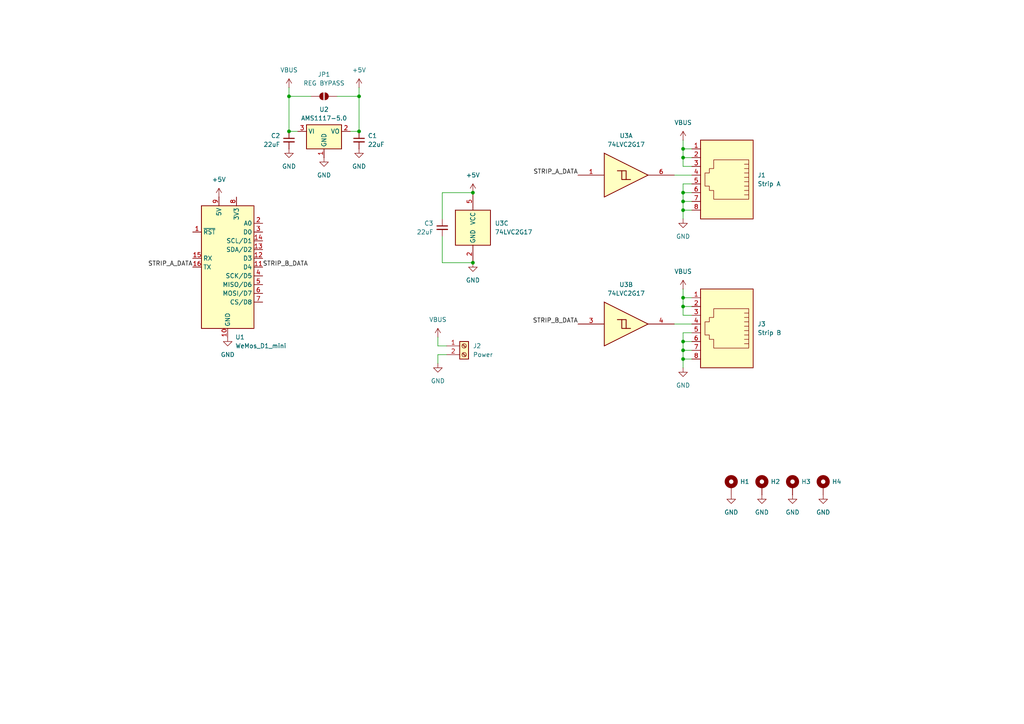
<source format=kicad_sch>
(kicad_sch (version 20231120) (generator "eeschema") (generator_version "8.0")
  (paper "A4")
  (lib_symbols
    (symbol "74xGxx:74LVC2G17"
      (property "Reference" "U" (at -1.27 7.62 0))
      (property "Value" "74LVC2G17" (at 2.54 -7.62 0))
      (symbol "74LVC2G17_1_1"
        (polyline (pts (xy -2.54 1.27) (xy -1.27 1.27) (xy -1.27 -1.27)) (stroke (width 0.254)) (fill (type background)))
        (polyline (pts (xy -7.62 6.35) (xy -7.62 -6.35) (xy 5.08 0) (xy -7.62 6.35)) (stroke (width 0.254)) (fill (type background)))
        (polyline (pts (xy -3.81 1.27) (xy -2.54 1.27) (xy -2.54 -1.27) (xy 0 -1.27)) (stroke (width 0.254)) (fill (type background)))
        (pin input line (at -15.24 0 0) (length 7.62) (name "~") (number "1"))
        (pin output line (at 12.7 0 180) (length 7.62) (name "~") (number "6"))
      )
      (symbol "74LVC2G17_2_1"
        (polyline (pts (xy -2.54 1.27) (xy -1.27 1.27) (xy -1.27 -1.27)) (stroke (width 0.254)) (fill (type background)))
        (polyline (pts (xy -7.62 6.35) (xy -7.62 -6.35) (xy 5.08 0) (xy -7.62 6.35)) (stroke (width 0.254)) (fill (type background)))
        (polyline (pts (xy -3.81 1.27) (xy -2.54 1.27) (xy -2.54 -1.27) (xy 0 -1.27)) (stroke (width 0.254)) (fill (type background)))
        (pin input line (at -15.24 0 0) (length 7.62) (name "~") (number "3"))
        (pin output line (at 12.7 0 180) (length 7.62) (name "~") (number "4"))
      )
      (symbol "74LVC2G17_3_0"
        (rectangle (start -5.08 -5.08) (end 5.08 5.08) (stroke (width 0.254)) (fill (type background)))
      )
      (symbol "74LVC2G17_3_1"
        (pin power_in line (at 0 -10.16 90) (length 5.08) (name "GND") (number "2"))
        (pin power_in line (at 0 10.16 270) (length 5.08) (name "VCC") (number "5"))
      )
    )
    (symbol "Connector:8P8C" (pin_names (offset 1.016))
      (property "Reference" "J" (at -5.08 13.97 0))
      (property "Value" "8P8C" (at 2.54 13.97 0))
      (symbol "8P8C_0_1"
        (polyline (pts (xy -5.08 4.445) (xy -6.35 4.445)))
        (polyline (pts (xy -5.08 5.715) (xy -6.35 5.715)))
        (polyline (pts (xy -6.35 -3.175) (xy -5.08 -3.175) (xy -5.08 -3.175)))
        (polyline (pts (xy -6.35 -1.905) (xy -5.08 -1.905) (xy -5.08 -1.905)))
        (polyline (pts (xy -6.35 -0.635) (xy -5.08 -0.635) (xy -5.08 -0.635)))
        (polyline (pts (xy -6.35 0.635) (xy -5.08 0.635) (xy -5.08 0.635)))
        (polyline (pts (xy -6.35 1.905) (xy -5.08 1.905) (xy -5.08 1.905)))
        (polyline (pts (xy -5.08 3.175) (xy -6.35 3.175) (xy -6.35 3.175)))
        (polyline (pts (xy -6.35 -4.445) (xy -6.35 6.985) (xy 3.81 6.985) (xy 3.81 4.445) (xy 5.08 4.445) (xy 5.08 3.175) (xy 6.35 3.175) (xy 6.35 -0.635) (xy 5.08 -0.635) (xy 5.08 -1.905) (xy 3.81 -1.905) (xy 3.81 -4.445) (xy -6.35 -4.445) (xy -6.35 -4.445)))
        (rectangle (start 7.62 12.7) (end -7.62 -10.16) (stroke (width 0.254)) (fill (type background)))
      )
      (symbol "8P8C_1_1"
        (pin passive line (at 10.16 -7.62 180) (length 2.54) (name "~") (number "1"))
        (pin passive line (at 10.16 -5.08 180) (length 2.54) (name "~") (number "2"))
        (pin passive line (at 10.16 -2.54 180) (length 2.54) (name "~") (number "3"))
        (pin passive line (at 10.16 0 180) (length 2.54) (name "~") (number "4"))
        (pin passive line (at 10.16 2.54 180) (length 2.54) (name "~") (number "5"))
        (pin passive line (at 10.16 5.08 180) (length 2.54) (name "~") (number "6"))
        (pin passive line (at 10.16 7.62 180) (length 2.54) (name "~") (number "7"))
        (pin passive line (at 10.16 10.16 180) (length 2.54) (name "~") (number "8"))
      )
    )
    (symbol "Connector:Screw_Terminal_01x02" (pin_names (offset 1.016) hide)
      (property "Reference" "J" (at 0 2.54 0))
      (property "Value" "Screw_Terminal_01x02" (at 0 -5.08 0))
      (symbol "Screw_Terminal_01x02_1_1"
        (rectangle (start -1.27 1.27) (end 1.27 -3.81) (stroke (width 0.254)) (fill (type background)))
        (circle (center 0 -2.54) (radius 0.635) (stroke (width 0.1524)))
        (polyline (pts (xy -0.5334 -2.2098) (xy 0.3302 -3.048)) (stroke (width 0.1524)))
        (polyline (pts (xy -0.5334 0.3302) (xy 0.3302 -0.508)) (stroke (width 0.1524)))
        (polyline (pts (xy -0.3556 -2.032) (xy 0.508 -2.8702)) (stroke (width 0.1524)))
        (polyline (pts (xy -0.3556 0.508) (xy 0.508 -0.3302)) (stroke (width 0.1524)))
        (circle (center 0 0) (radius 0.635) (stroke (width 0.1524)))
        (pin passive line (at -5.08 0 0) (length 3.81) (name "Pin_1") (number "1"))
        (pin passive line (at -5.08 -2.54 0) (length 3.81) (name "Pin_2") (number "2"))
      )
    )
    (symbol "Device:C_Small" (pin_numbers hide) (pin_names (offset 0.254) hide)
      (property "Reference" "C" (at 0.254 1.778 0))
      (property "Value" "C_Small" (at 0.254 -2.032 0))
      (symbol "C_Small_0_1"
        (polyline (pts (xy -1.524 -0.508) (xy 1.524 -0.508)) (stroke (width 0.3302)))
        (polyline (pts (xy -1.524 0.508) (xy 1.524 0.508)) (stroke (width 0.3048)))
      )
      (symbol "C_Small_1_1"
        (pin passive line (at 0 2.54 270) (length 2.032) (name "~") (number "1"))
        (pin passive line (at 0 -2.54 90) (length 2.032) (name "~") (number "2"))
      )
    )
    (symbol "Jumper:SolderJumper_2_Open" (pin_numbers hide) (pin_names (offset 0) hide) (exclude_from_sim yes) (in_bom no)
      (property "Reference" "JP" (at 0 2.032 0))
      (property "Value" "SolderJumper_2_Open" (at 0 -2.54 0))
      (symbol "SolderJumper_2_Open_0_1"
        (arc (start -0.254 1.016) (mid -1.2656 0) (end -0.254 -1.016))
        (arc (start -0.254 1.016) (mid -1.2656 0) (end -0.254 -1.016) (fill (type outline)))
        (polyline (pts (xy -0.254 1.016) (xy -0.254 -1.016)))
        (polyline (pts (xy 0.254 1.016) (xy 0.254 -1.016)))
        (arc (start 0.254 -1.016) (mid 1.2656 0) (end 0.254 1.016))
        (arc (start 0.254 -1.016) (mid 1.2656 0) (end 0.254 1.016) (fill (type outline)))
      )
      (symbol "SolderJumper_2_Open_1_1"
        (pin passive line (at -3.81 0 0) (length 2.54) (name "A") (number "1"))
        (pin passive line (at 3.81 0 180) (length 2.54) (name "B") (number "2"))
      )
    )
    (symbol "MCU_Module:WeMos_D1_mini"
      (property "Reference" "U" (at 3.81 19.05 0))
      (property "Value" "WeMos_D1_mini" (at 1.27 -19.05 0))
      (symbol "WeMos_D1_mini_1_1"
        (rectangle (start -7.62 17.78) (end 7.62 -17.78) (stroke (width 0.254)) (fill (type background)))
        (pin input line (at -10.16 10.16 0) (length 2.54) (name "~{RST}") (number "1"))
        (pin power_in line (at 0 -20.32 90) (length 2.54) (name "GND") (number "10"))
        (pin bidirectional line (at 10.16 0 180) (length 2.54) (name "D4") (number "11"))
        (pin bidirectional line (at 10.16 2.54 180) (length 2.54) (name "D3") (number "12"))
        (pin bidirectional line (at 10.16 5.08 180) (length 2.54) (name "SDA/D2") (number "13"))
        (pin bidirectional line (at 10.16 7.62 180) (length 2.54) (name "SCL/D1") (number "14"))
        (pin input line (at -10.16 2.54 0) (length 2.54) (name "RX") (number "15"))
        (pin output line (at -10.16 0 0) (length 2.54) (name "TX") (number "16"))
        (pin input line (at 10.16 12.7 180) (length 2.54) (name "A0") (number "2"))
        (pin bidirectional line (at 10.16 10.16 180) (length 2.54) (name "D0") (number "3"))
        (pin bidirectional line (at 10.16 -2.54 180) (length 2.54) (name "SCK/D5") (number "4"))
        (pin bidirectional line (at 10.16 -5.08 180) (length 2.54) (name "MISO/D6") (number "5"))
        (pin bidirectional line (at 10.16 -7.62 180) (length 2.54) (name "MOSI/D7") (number "6"))
        (pin bidirectional line (at 10.16 -10.16 180) (length 2.54) (name "CS/D8") (number "7"))
        (pin power_out line (at 2.54 20.32 270) (length 2.54) (name "3V3") (number "8"))
        (pin power_in line (at -2.54 20.32 270) (length 2.54) (name "5V") (number "9"))
      )
    )
    (symbol "Mechanical:MountingHole_Pad" (pin_numbers hide) (pin_names (offset 1.016) hide) (exclude_from_sim yes) (in_bom no)
      (property "Reference" "H" (at 0 6.35 0))
      (property "Value" "MountingHole_Pad" (at 0 4.445 0))
      (symbol "MountingHole_Pad_0_1"
        (circle (center 0 1.27) (radius 1.27) (stroke (width 1.27)))
      )
      (symbol "MountingHole_Pad_1_1"
        (pin input line (at 0 -2.54 90) (length 2.54) (name "1") (number "1"))
      )
    )
    (symbol "Regulator_Linear:AMS1117-5.0"
      (property "Reference" "U" (at -3.81 3.175 0))
      (property "Value" "AMS1117-5.0" (at 0 3.175 0))
      (symbol "AMS1117-5.0_0_1"
        (rectangle (start -5.08 -5.08) (end 5.08 1.905) (stroke (width 0.254)) (fill (type background)))
      )
      (symbol "AMS1117-5.0_1_1"
        (pin power_in line (at 0 -7.62 90) (length 2.54) (name "GND") (number "1"))
        (pin power_out line (at 7.62 0 180) (length 2.54) (name "VO") (number "2"))
        (pin power_in line (at -7.62 0 0) (length 2.54) (name "VI") (number "3"))
      )
    )
    (symbol "power:+5V" (power) (pin_numbers hide) (pin_names (offset 0) hide)
      (property "Value" "+5V" (at 0 3.556 0))
      (symbol "+5V_0_1"
        (polyline (pts (xy -0.762 1.27) (xy 0 2.54)))
        (polyline (pts (xy 0 0) (xy 0 2.54)))
        (polyline (pts (xy 0 2.54) (xy 0.762 1.27)))
      )
      (symbol "+5V_1_1"
        (pin power_in line (at 0 0 90) (length 0) (name "~") (number "1"))
      )
    )
    (symbol "power:GND" (power) (pin_numbers hide) (pin_names (offset 0) hide)
      (property "Value" "GND" (at 0 -3.81 0))
      (symbol "GND_0_1"
        (polyline (pts (xy 0 0) (xy 0 -1.27) (xy 1.27 -1.27) (xy 0 -2.54) (xy -1.27 -1.27) (xy 0 -1.27)))
      )
      (symbol "GND_1_1"
        (pin power_in line (at 0 0 270) (length 0) (name "~") (number "1"))
      )
    )
    (symbol "power:VBUS" (power) (pin_numbers hide) (pin_names (offset 0) hide)
      (property "Value" "VBUS" (at 0 3.556 0))
      (symbol "VBUS_0_1"
        (polyline (pts (xy -0.762 1.27) (xy 0 2.54)))
        (polyline (pts (xy 0 0) (xy 0 2.54)))
        (polyline (pts (xy 0 2.54) (xy 0.762 1.27)))
      )
      (symbol "VBUS_1_1"
        (pin power_in line (at 0 0 90) (length 0) (name "~") (number "1"))
      )
    )
  )
  (junction (at 137.16 76.2))
  (junction (at 198.12 99.06))
  (junction (at 83.82 38.1))
  (junction (at 198.12 101.6))
  (junction (at 198.12 104.14))
  (junction (at 198.12 45.72))
  (junction (at 198.12 58.42))
  (junction (at 198.12 43.18))
  (junction (at 104.14 27.94))
  (junction (at 137.16 55.88))
  (junction (at 198.12 55.88))
  (junction (at 104.14 38.1))
  (junction (at 83.82 27.94))
  (junction (at 198.12 86.36))
  (junction (at 198.12 60.96))
  (junction (at 198.12 88.9))
  (wire (pts (xy 128.27 76.2) (xy 137.16 76.2)))
  (wire (pts (xy 128.27 55.88) (xy 128.27 63.5)))
  (wire (pts (xy 129.54 102.87) (xy 127 102.87)))
  (wire (pts (xy 200.66 96.52) (xy 198.12 96.52)))
  (wire (pts (xy 200.66 55.88) (xy 198.12 55.88)))
  (wire (pts (xy 198.12 104.14) (xy 198.12 106.68)))
  (wire (pts (xy 101.6 38.1) (xy 104.14 38.1)))
  (wire (pts (xy 198.12 55.88) (xy 198.12 58.42)))
  (wire (pts (xy 198.12 86.36) (xy 198.12 83.82)))
  (wire (pts (xy 198.12 88.9) (xy 198.12 86.36)))
  (wire (pts (xy 198.12 91.44) (xy 198.12 88.9)))
  (wire (pts (xy 200.66 43.18) (xy 198.12 43.18)))
  (wire (pts (xy 200.66 53.34) (xy 198.12 53.34)))
  (wire (pts (xy 198.12 96.52) (xy 198.12 99.06)))
  (wire (pts (xy 198.12 45.72) (xy 198.12 43.18)))
  (wire (pts (xy 200.66 86.36) (xy 198.12 86.36)))
  (wire (pts (xy 104.14 27.94) (xy 104.14 25.4)))
  (wire (pts (xy 104.14 38.1) (xy 104.14 27.94)))
  (wire (pts (xy 200.66 60.96) (xy 198.12 60.96)))
  (wire (pts (xy 128.27 68.58) (xy 128.27 76.2)))
  (wire (pts (xy 200.66 101.6) (xy 198.12 101.6)))
  (wire (pts (xy 83.82 27.94) (xy 83.82 25.4)))
  (wire (pts (xy 86.36 38.1) (xy 83.82 38.1)))
  (wire (pts (xy 128.27 55.88) (xy 137.16 55.88)))
  (wire (pts (xy 83.82 38.1) (xy 83.82 27.94)))
  (wire (pts (xy 127 100.33) (xy 127 97.79)))
  (wire (pts (xy 200.66 104.14) (xy 198.12 104.14)))
  (wire (pts (xy 200.66 91.44) (xy 198.12 91.44)))
  (wire (pts (xy 129.54 100.33) (xy 127 100.33)))
  (wire (pts (xy 200.66 99.06) (xy 198.12 99.06)))
  (wire (pts (xy 198.12 53.34) (xy 198.12 55.88)))
  (wire (pts (xy 198.12 48.26) (xy 198.12 45.72)))
  (wire (pts (xy 200.66 45.72) (xy 198.12 45.72)))
  (wire (pts (xy 200.66 58.42) (xy 198.12 58.42)))
  (wire (pts (xy 198.12 101.6) (xy 198.12 104.14)))
  (wire (pts (xy 200.66 88.9) (xy 198.12 88.9)))
  (wire (pts (xy 198.12 43.18) (xy 198.12 40.64)))
  (wire (pts (xy 198.12 60.96) (xy 198.12 63.5)))
  (wire (pts (xy 195.58 93.98) (xy 200.66 93.98)))
  (wire (pts (xy 198.12 58.42) (xy 198.12 60.96)))
  (wire (pts (xy 198.12 99.06) (xy 198.12 101.6)))
  (wire (pts (xy 200.66 48.26) (xy 198.12 48.26)))
  (wire (pts (xy 195.58 50.8) (xy 200.66 50.8)))
  (wire (pts (xy 83.82 27.94) (xy 90.17 27.94)))
  (wire (pts (xy 97.79 27.94) (xy 104.14 27.94)))
  (wire (pts (xy 127 102.87) (xy 127 105.41)))
  (label "STRIP_B_DATA" (at 167.64 93.98 180))
  (label "STRIP_A_DATA" (at 55.88 77.47 180))
  (label "STRIP_B_DATA" (at 76.2 77.47 0))
  (label "STRIP_A_DATA" (at 167.64 50.8 180))
  (symbol (lib_id "Mechanical:MountingHole_Pad") (at 229.87 140.97 0) (unit 1) (exclude_from_sim yes) (in_bom no)
    (property "Reference" "H3" (at 232.41 139.6999 0) (effects (justify left)))
    (property "Value" "MountingHole_Pad" (effects (hide yes)))
    (property "Footprint" "MountingHole:MountingHole_3.2mm_M3_Pad" (effects (hide yes)))
    (property "Description" "Mounting Hole with connection" (effects (hide yes)))
  )
  (symbol (lib_id "power:VBUS") (at 198.12 83.82 0) (unit 1)
    (property "Reference" "#PWR05" (effects (hide yes)))
    (property "Value" "VBUS" (at 198.12 78.74 0))
    (property "Description" "Power symbol creates a global label with name \"VBUS\"" (effects (hide yes)))
  )
  (symbol (lib_id "Mechanical:MountingHole_Pad") (at 212.09 140.97 0) (unit 1) (exclude_from_sim yes) (in_bom no)
    (property "Reference" "H1" (at 214.63 139.6999 0) (effects (justify left)))
    (property "Value" "MountingHole_Pad" (effects (hide yes)))
    (property "Footprint" "MountingHole:MountingHole_3.2mm_M3_Pad" (effects (hide yes)))
    (property "Description" "Mounting Hole with connection" (effects (hide yes)))
  )
  (symbol (lib_id "Jumper:SolderJumper_2_Open") (at 93.98 27.94 0) (unit 1) (exclude_from_sim yes) (in_bom no)
    (property "Reference" "JP1" (at 93.98 21.59 0))
    (property "Value" "REG BYPASS" (at 93.98 24.13 0))
    (property "Footprint" "Jumper:SolderJumper-2_P1.3mm_Open_RoundedPad1.0x1.5mm" (effects (hide yes)))
    (property "Description" "Solder Jumper, 2-pole, open" (effects (hide yes)))
  )
  (symbol (lib_id "74xGxx:74LVC2G17") (at 137.16 66.04 0) (unit 3)
    (property "Reference" "U3" (at 143.51 64.7699 0) (effects (justify left)))
    (property "Value" "74LVC2G17" (at 143.51 67.3099 0) (effects (justify left)))
    (property "Footprint" "Package_TO_SOT_SMD:SOT-23-6" (effects (hide yes)))
    (property "Datasheet" "http://www.ti.com/lit/sg/scyt129e/scyt129e.pdf" (effects (hide yes)))
    (property "Description" "Dual Buffer, Schmitt Triggered, Low-Voltage CMOS" (effects (hide yes)))
  )
  (symbol (lib_id "Device:C_Small") (at 104.14 40.64 0) (unit 1)
    (property "Reference" "C1" (at 106.68 39.3762 0) (effects (justify left)))
    (property "Value" "22uF" (at 106.68 41.9162 0) (effects (justify left)))
    (property "Footprint" "Capacitor_SMD:C_0805_2012Metric" (effects (hide yes)))
    (property "Description" "Unpolarized capacitor, small symbol" (effects (hide yes)))
  )
  (symbol (lib_id "power:GND") (at 83.82 43.18 0) (unit 1)
    (property "Reference" "#PWR011" (effects (hide yes)))
    (property "Value" "GND" (at 83.82 48.26 0))
    (property "Description" "Power symbol creates a global label with name \"GND\" , ground" (effects (hide yes)))
  )
  (symbol (lib_id "power:GND") (at 127 105.41 0) (mirror y) (unit 1)
    (property "Reference" "#PWR04" (effects (hide yes)))
    (property "Value" "GND" (at 127 110.49 0))
    (property "Description" "Power symbol creates a global label with name \"GND\" , ground" (effects (hide yes)))
  )
  (symbol (lib_id "power:VBUS") (at 198.12 40.64 0) (unit 1)
    (property "Reference" "#PWR03" (effects (hide yes)))
    (property "Value" "VBUS" (at 198.12 35.56 0))
    (property "Description" "Power symbol creates a global label with name \"VBUS\"" (effects (hide yes)))
  )
  (symbol (lib_id "74xGxx:74LVC2G17") (at 182.88 50.8 0) (unit 1)
    (property "Reference" "U3" (at 181.61 39.37 0))
    (property "Value" "74LVC2G17" (at 181.61 41.91 0))
    (property "Footprint" "Package_TO_SOT_SMD:SOT-23-6" (effects (hide yes)))
    (property "Datasheet" "http://www.ti.com/lit/sg/scyt129e/scyt129e.pdf" (effects (hide yes)))
    (property "Description" "Dual Buffer, Schmitt Triggered, Low-Voltage CMOS" (effects (hide yes)))
  )
  (symbol (lib_id "Regulator_Linear:AMS1117-5.0") (at 93.98 38.1 0) (unit 1)
    (property "Reference" "U2" (at 93.98 31.75 0))
    (property "Value" "AMS1117-5.0" (at 93.98 34.29 0))
    (property "Footprint" "Package_TO_SOT_SMD:SOT-223-3_TabPin2" (effects (hide yes)))
    (property "Datasheet" "http://www.advanced-monolithic.com/pdf/ds1117.pdf" (effects (hide yes)))
    (property "Description" "1A Low Dropout regulator, positive, 5.0V fixed output, SOT-223" (effects (hide yes)))
  )
  (symbol (lib_id "MCU_Module:WeMos_D1_mini") (at 66.04 77.47 0) (unit 1)
    (property "Reference" "U1" (at 68.2341 97.79 0) (effects (justify left)))
    (property "Value" "WeMos_D1_mini" (at 68.2341 100.33 0) (effects (justify left)))
    (property "Footprint" "Module:WEMOS_D1_mini_light" (effects (hide yes)))
    (property "Datasheet" "https://wiki.wemos.cc/products:d1:d1_mini#documentation" (effects (hide yes)))
    (property "Description" "32-bit microcontroller module with WiFi" (effects (hide yes)))
  )
  (symbol (lib_id "power:VBUS") (at 83.82 25.4 0) (unit 1)
    (property "Reference" "#PWR07" (effects (hide yes)))
    (property "Value" "VBUS" (at 83.82 20.32 0))
    (property "Description" "Power symbol creates a global label with name \"VBUS\"" (effects (hide yes)))
  )
  (symbol (lib_id "power:GND") (at 212.09 143.51 0) (mirror y) (unit 1)
    (property "Reference" "#PWR016" (effects (hide yes)))
    (property "Value" "GND" (at 212.09 148.59 0))
    (property "Description" "Power symbol creates a global label with name \"GND\" , ground" (effects (hide yes)))
  )
  (symbol (lib_id "power:GND") (at 238.76 143.51 0) (mirror y) (unit 1)
    (property "Reference" "#PWR019" (effects (hide yes)))
    (property "Value" "GND" (at 238.76 148.59 0))
    (property "Description" "Power symbol creates a global label with name \"GND\" , ground" (effects (hide yes)))
  )
  (symbol (lib_id "power:GND") (at 66.04 97.79 0) (mirror y) (unit 1)
    (property "Reference" "#PWR012" (effects (hide yes)))
    (property "Value" "GND" (at 66.04 102.87 0))
    (property "Description" "Power symbol creates a global label with name \"GND\" , ground" (effects (hide yes)))
  )
  (symbol (lib_id "Device:C_Small") (at 83.82 40.64 0) (mirror y) (unit 1)
    (property "Reference" "C2" (at 81.28 39.3762 0) (effects (justify left)))
    (property "Value" "22uF" (at 81.28 41.9162 0) (effects (justify left)))
    (property "Footprint" "Capacitor_SMD:C_0805_2012Metric" (effects (hide yes)))
    (property "Description" "Unpolarized capacitor, small symbol" (effects (hide yes)))
  )
  (symbol (lib_id "power:GND") (at 220.98 143.51 0) (mirror y) (unit 1)
    (property "Reference" "#PWR017" (effects (hide yes)))
    (property "Value" "GND" (at 220.98 148.59 0))
    (property "Description" "Power symbol creates a global label with name \"GND\" , ground" (effects (hide yes)))
  )
  (symbol (lib_id "power:GND") (at 229.87 143.51 0) (mirror y) (unit 1)
    (property "Reference" "#PWR018" (effects (hide yes)))
    (property "Value" "GND" (at 229.87 148.59 0))
    (property "Description" "Power symbol creates a global label with name \"GND\" , ground" (effects (hide yes)))
  )
  (symbol (lib_id "power:GND") (at 198.12 106.68 0) (mirror y) (unit 1)
    (property "Reference" "#PWR06" (effects (hide yes)))
    (property "Value" "GND" (at 198.12 111.76 0))
    (property "Description" "Power symbol creates a global label with name \"GND\" , ground" (effects (hide yes)))
  )
  (symbol (lib_id "Device:C_Small") (at 128.27 66.04 0) (mirror y) (unit 1)
    (property "Reference" "C3" (at 125.73 64.7762 0) (effects (justify left)))
    (property "Value" "22uF" (at 125.73 67.3162 0) (effects (justify left)))
    (property "Footprint" "Capacitor_SMD:C_0805_2012Metric" (effects (hide yes)))
    (property "Description" "Unpolarized capacitor, small symbol" (effects (hide yes)))
  )
  (symbol (lib_id "power:+5V") (at 137.16 55.88 0) (unit 1)
    (property "Reference" "#PWR015" (effects (hide yes)))
    (property "Value" "+5V" (at 137.16 50.8 0))
    (property "Description" "Power symbol creates a global label with name \"+5V\"" (effects (hide yes)))
  )
  (symbol (lib_id "Mechanical:MountingHole_Pad") (at 220.98 140.97 0) (unit 1) (exclude_from_sim yes) (in_bom no)
    (property "Reference" "H2" (at 223.52 139.6999 0) (effects (justify left)))
    (property "Value" "MountingHole_Pad" (effects (hide yes)))
    (property "Footprint" "MountingHole:MountingHole_3.2mm_M3_Pad" (effects (hide yes)))
    (property "Description" "Mounting Hole with connection" (effects (hide yes)))
  )
  (symbol (lib_id "power:GND") (at 93.98 45.72 0) (mirror y) (unit 1)
    (property "Reference" "#PWR09" (effects (hide yes)))
    (property "Value" "GND" (at 93.98 50.8 0))
    (property "Description" "Power symbol creates a global label with name \"GND\" , ground" (effects (hide yes)))
  )
  (symbol (lib_id "Connector:8P8C") (at 210.82 50.8 180) (unit 1)
    (property "Reference" "J1" (at 219.71 50.7999 0) (effects (justify right)))
    (property "Value" "Strip A" (at 219.71 53.3399 0) (effects (justify right)))
    (property "Footprint" "Connector_RJ:RJ45_Amphenol_54602-x08_Horizontal" (effects (hide yes)))
    (property "Description" "RJ connector, 8P8C (8 positions 8 connected), RJ31/RJ32/RJ33/RJ34/RJ35/RJ41/RJ45/RJ49/RJ61" (effects (hide yes)))
    (property "MPN" "MTJ-885X1" (effects (hide yes)))
  )
  (symbol (lib_id "Connector:8P8C") (at 210.82 93.98 180) (unit 1)
    (property "Reference" "J3" (at 219.71 93.9799 0) (effects (justify right)))
    (property "Value" "Strip B" (at 219.71 96.5199 0) (effects (justify right)))
    (property "Footprint" "Connector_RJ:RJ45_Amphenol_54602-x08_Horizontal" (effects (hide yes)))
    (property "Description" "RJ connector, 8P8C (8 positions 8 connected), RJ31/RJ32/RJ33/RJ34/RJ35/RJ41/RJ45/RJ49/RJ61" (effects (hide yes)))
    (property "MPN" "MTJ-885X1" (effects (hide yes)))
  )
  (symbol (lib_id "power:+5V") (at 104.14 25.4 0) (unit 1)
    (property "Reference" "#PWR08" (effects (hide yes)))
    (property "Value" "+5V" (at 104.14 20.32 0))
    (property "Description" "Power symbol creates a global label with name \"+5V\"" (effects (hide yes)))
  )
  (symbol (lib_id "power:+5V") (at 63.5 57.15 0) (unit 1)
    (property "Reference" "#PWR013" (effects (hide yes)))
    (property "Value" "+5V" (at 63.5 52.07 0))
    (property "Description" "Power symbol creates a global label with name \"+5V\"" (effects (hide yes)))
  )
  (symbol (lib_id "power:GND") (at 104.14 43.18 0) (mirror y) (unit 1)
    (property "Reference" "#PWR010" (effects (hide yes)))
    (property "Value" "GND" (at 104.14 48.26 0))
    (property "Description" "Power symbol creates a global label with name \"GND\" , ground" (effects (hide yes)))
  )
  (symbol (lib_id "Connector:Screw_Terminal_01x02") (at 134.62 100.33 0) (unit 1)
    (property "Reference" "J2" (at 137.16 100.3299 0) (effects (justify left)))
    (property "Value" "Power" (at 137.16 102.8699 0) (effects (justify left)))
    (property "Footprint" "TerminalBlock:TerminalBlock_bornier-2_P5.08mm" (effects (hide yes)))
    (property "Description" "Generic screw terminal, single row, 01x02, script generated (kicad-library-utils/schlib/autogen/connector/)" (effects (hide yes)))
  )
  (symbol (lib_id "74xGxx:74LVC2G17") (at 182.88 93.98 0) (unit 2)
    (property "Reference" "U3" (at 181.61 82.55 0))
    (property "Value" "74LVC2G17" (at 181.61 85.09 0))
    (property "Footprint" "Package_TO_SOT_SMD:SOT-23-6" (effects (hide yes)))
    (property "Datasheet" "http://www.ti.com/lit/sg/scyt129e/scyt129e.pdf" (effects (hide yes)))
    (property "Description" "Dual Buffer, Schmitt Triggered, Low-Voltage CMOS" (effects (hide yes)))
  )
  (symbol (lib_id "power:GND") (at 137.16 76.2 0) (mirror y) (unit 1)
    (property "Reference" "#PWR014" (effects (hide yes)))
    (property "Value" "GND" (at 137.16 81.28 0))
    (property "Description" "Power symbol creates a global label with name \"GND\" , ground" (effects (hide yes)))
  )
  (symbol (lib_id "power:GND") (at 198.12 63.5 0) (mirror y) (unit 1)
    (property "Reference" "#PWR02" (effects (hide yes)))
    (property "Value" "GND" (at 198.12 68.58 0))
    (property "Description" "Power symbol creates a global label with name \"GND\" , ground" (effects (hide yes)))
  )
  (symbol (lib_id "power:VBUS") (at 127 97.79 0) (unit 1)
    (property "Reference" "#PWR01" (effects (hide yes)))
    (property "Value" "VBUS" (at 127 92.71 0))
    (property "Description" "Power symbol creates a global label with name \"VBUS\"" (effects (hide yes)))
  )
  (symbol (lib_id "Mechanical:MountingHole_Pad") (at 238.76 140.97 0) (unit 1) (exclude_from_sim yes) (in_bom no)
    (property "Reference" "H4" (at 241.3 139.6999 0) (effects (justify left)))
    (property "Value" "MountingHole_Pad" (effects (hide yes)))
    (property "Footprint" "MountingHole:MountingHole_3.2mm_M3_Pad" (effects (hide yes)))
    (property "Description" "Mounting Hole with connection" (effects (hide yes)))
  )
)
</source>
